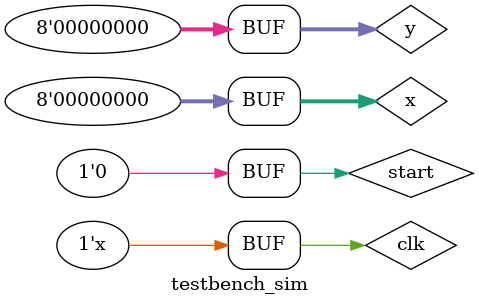
<source format=v>
`timescale 1ns / 1ps


module testbench_sim();
reg clk;
reg [7:0]x,y;
reg start;
wire [15:0]z;
wire busy;
wire [8:0]minus_y,record_x,record_y;
wire [2:0]count_move;
wire [17:0]record_z;
wire control_move;
wire plus_y;
wire plus_minus_y;
booth bo1(
    .clk(clk),        // Ê±ÖÓÐÅºÅ
    .x(x),    // ³ËÊý
    .y(y),    // ±»³ËÊý
    .start(start),      // ÊäÈë¾ÍÐ÷ÐÅºÅ
    .z(z),  // »ý
    .busy(busy)       // Êä³ö¾ÍÐ÷ÐÅºÅ
    ,
    .minus_y(minus_y),//7Î»Êý¾ÝÎ»+2Î»·ûºÅÎ»
    .record_x(record_x),
    .record_y(record_y),//7+2Î»·ûºÅÎ»
    .count_move(count_move),
    .record_z(record_z),//n+2=16+2=18
    .control_move(control_move),//ÎªÁË±ÜÃâÔÚÁ½¸öalwaysÄ£¿é¸³ÖµmoveÒýÈëÖÐ¼ä±äÁ¿
    .plus_y(plus_y),//=1Ôò±íÊ¾½«Ö´ÐÐ+y²¹Âë²Ù×÷
    .plus_minus_y(plus_minus_y)//=1Ôò±íÊ¾½«Ö´ÐÐ+£¨-y£©²¹Âë²Ù×÷
    );
    
initial begin
    clk = 0;
    start = 1;
    x = 8'b11111111;
    y = 8'b11111111;
//    x = 8'b10011110;
//    y = 8'b10110010;
    #20 start = 0;
        x = 0;
        y = 0;
        
end

always begin
    #10 clk = ~clk;
end
endmodule

</source>
